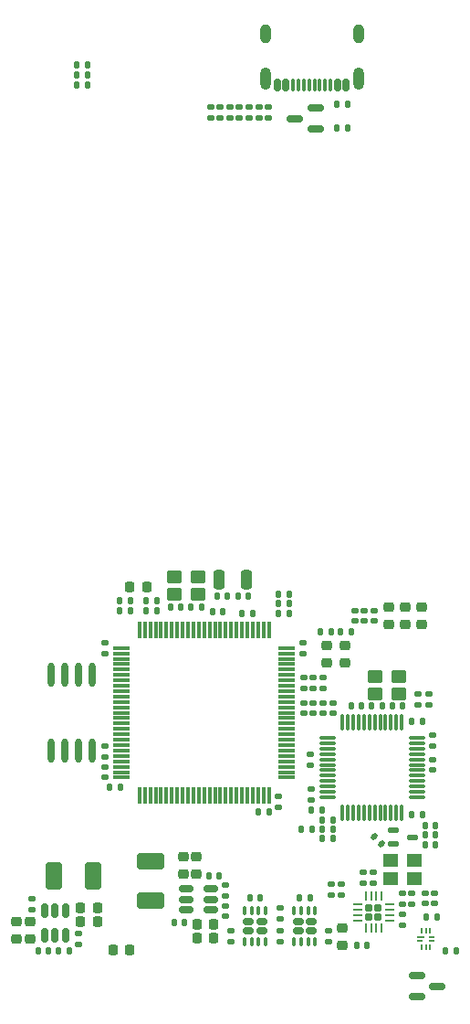
<source format=gbr>
%TF.GenerationSoftware,KiCad,Pcbnew,8.0.9-8.0.9-0~ubuntu24.04.1*%
%TF.CreationDate,2025-02-25T22:58:00+00:00*%
%TF.ProjectId,base-module,62617365-2d6d-46f6-9475-6c652e6b6963,1.0.1*%
%TF.SameCoordinates,Original*%
%TF.FileFunction,Paste,Top*%
%TF.FilePolarity,Positive*%
%FSLAX46Y46*%
G04 Gerber Fmt 4.6, Leading zero omitted, Abs format (unit mm)*
G04 Created by KiCad (PCBNEW 8.0.9-8.0.9-0~ubuntu24.04.1) date 2025-02-25 22:58:00*
%MOMM*%
%LPD*%
G01*
G04 APERTURE LIST*
G04 Aperture macros list*
%AMRoundRect*
0 Rectangle with rounded corners*
0 $1 Rounding radius*
0 $2 $3 $4 $5 $6 $7 $8 $9 X,Y pos of 4 corners*
0 Add a 4 corners polygon primitive as box body*
4,1,4,$2,$3,$4,$5,$6,$7,$8,$9,$2,$3,0*
0 Add four circle primitives for the rounded corners*
1,1,$1+$1,$2,$3*
1,1,$1+$1,$4,$5*
1,1,$1+$1,$6,$7*
1,1,$1+$1,$8,$9*
0 Add four rect primitives between the rounded corners*
20,1,$1+$1,$2,$3,$4,$5,0*
20,1,$1+$1,$4,$5,$6,$7,0*
20,1,$1+$1,$6,$7,$8,$9,0*
20,1,$1+$1,$8,$9,$2,$3,0*%
G04 Aperture macros list end*
%ADD10RoundRect,0.250001X0.999999X-0.499999X0.999999X0.499999X-0.999999X0.499999X-0.999999X-0.499999X0*%
%ADD11RoundRect,0.140000X-0.170000X0.140000X-0.170000X-0.140000X0.170000X-0.140000X0.170000X0.140000X0*%
%ADD12RoundRect,0.140000X0.140000X0.170000X-0.140000X0.170000X-0.140000X-0.170000X0.140000X-0.170000X0*%
%ADD13RoundRect,0.150000X0.587500X0.150000X-0.587500X0.150000X-0.587500X-0.150000X0.587500X-0.150000X0*%
%ADD14RoundRect,0.140000X0.170000X-0.140000X0.170000X0.140000X-0.170000X0.140000X-0.170000X-0.140000X0*%
%ADD15RoundRect,0.140000X-0.140000X-0.170000X0.140000X-0.170000X0.140000X0.170000X-0.140000X0.170000X0*%
%ADD16RoundRect,0.220000X0.255000X-0.220000X0.255000X0.220000X-0.255000X0.220000X-0.255000X-0.220000X0*%
%ADD17RoundRect,0.220000X0.220000X0.255000X-0.220000X0.255000X-0.220000X-0.255000X0.220000X-0.255000X0*%
%ADD18R,0.663000X0.225000*%
%ADD19R,0.563000X0.225000*%
%ADD20R,0.225000X0.563000*%
%ADD21RoundRect,0.225000X-0.250000X0.225000X-0.250000X-0.225000X0.250000X-0.225000X0.250000X0.225000X0*%
%ADD22RoundRect,0.150000X-0.512500X-0.150000X0.512500X-0.150000X0.512500X0.150000X-0.512500X0.150000X0*%
%ADD23RoundRect,0.150000X-0.587500X-0.150000X0.587500X-0.150000X0.587500X0.150000X-0.587500X0.150000X0*%
%ADD24RoundRect,0.220000X-0.255000X0.220000X-0.255000X-0.220000X0.255000X-0.220000X0.255000X0.220000X0*%
%ADD25RoundRect,0.225000X0.225000X0.250000X-0.225000X0.250000X-0.225000X-0.250000X0.225000X-0.250000X0*%
%ADD26RoundRect,0.250000X0.450000X0.350000X-0.450000X0.350000X-0.450000X-0.350000X0.450000X-0.350000X0*%
%ADD27RoundRect,0.075000X-0.075000X0.662500X-0.075000X-0.662500X0.075000X-0.662500X0.075000X0.662500X0*%
%ADD28RoundRect,0.075000X-0.662500X0.075000X-0.662500X-0.075000X0.662500X-0.075000X0.662500X0.075000X0*%
%ADD29RoundRect,0.075000X-0.075000X0.725000X-0.075000X-0.725000X0.075000X-0.725000X0.075000X0.725000X0*%
%ADD30RoundRect,0.075000X-0.725000X0.075000X-0.725000X-0.075000X0.725000X-0.075000X0.725000X0.075000X0*%
%ADD31RoundRect,0.150000X0.150000X0.425000X-0.150000X0.425000X-0.150000X-0.425000X0.150000X-0.425000X0*%
%ADD32RoundRect,0.075000X0.075000X0.500000X-0.075000X0.500000X-0.075000X-0.500000X0.075000X-0.500000X0*%
%ADD33O,1.000000X2.100000*%
%ADD34O,1.000000X1.800000*%
%ADD35RoundRect,0.225000X-0.225000X-0.250000X0.225000X-0.250000X0.225000X0.250000X-0.225000X0.250000X0*%
%ADD36RoundRect,0.220000X-0.220000X-0.255000X0.220000X-0.255000X0.220000X0.255000X-0.220000X0.255000X0*%
%ADD37RoundRect,0.160000X-0.325000X0.160000X-0.325000X-0.160000X0.325000X-0.160000X0.325000X0.160000X0*%
%ADD38RoundRect,0.075000X-0.075000X0.350000X-0.075000X-0.350000X0.075000X-0.350000X0.075000X0.350000X0*%
%ADD39RoundRect,0.250000X0.250000X-0.650000X0.250000X0.650000X-0.250000X0.650000X-0.250000X-0.650000X0*%
%ADD40RoundRect,0.140000X0.219203X0.021213X0.021213X0.219203X-0.219203X-0.021213X-0.021213X-0.219203X0*%
%ADD41R,1.400000X1.200000*%
%ADD42O,0.630000X2.250000*%
%ADD43RoundRect,0.250001X-0.499999X-0.999999X0.499999X-0.999999X0.499999X0.999999X-0.499999X0.999999X0*%
%ADD44RoundRect,0.172500X-0.172500X0.172500X-0.172500X-0.172500X0.172500X-0.172500X0.172500X0.172500X0*%
%ADD45RoundRect,0.062500X-0.062500X0.350000X-0.062500X-0.350000X0.062500X-0.350000X0.062500X0.350000X0*%
%ADD46RoundRect,0.062500X-0.350000X0.062500X-0.350000X-0.062500X0.350000X-0.062500X0.350000X0.062500X0*%
%ADD47RoundRect,0.125000X0.345000X0.125000X-0.345000X0.125000X-0.345000X-0.125000X0.345000X-0.125000X0*%
%ADD48RoundRect,0.150000X-0.150000X0.512500X-0.150000X-0.512500X0.150000X-0.512500X0.150000X0.512500X0*%
G04 APERTURE END LIST*
D10*
%TO.C,L301*%
X107120720Y-134271542D03*
X107120720Y-130571542D03*
%TD*%
D11*
%TO.C,R903*%
X126850000Y-131625000D03*
X126850000Y-132625000D03*
%TD*%
D12*
%TO.C,R308*%
X127200000Y-138375000D03*
X126200000Y-138375000D03*
%TD*%
D13*
%TO.C,U802*%
X122387500Y-62765001D03*
X122387500Y-60865001D03*
X120512500Y-61815001D03*
%TD*%
D14*
%TO.C,C501*%
X119100000Y-138075000D03*
X119100000Y-137075000D03*
%TD*%
D15*
%TO.C,R716*%
X123000000Y-128525000D03*
X124000000Y-128525000D03*
%TD*%
D11*
%TO.C,R306*%
X114070720Y-132821542D03*
X114070720Y-133821542D03*
%TD*%
D16*
%TO.C,D301*%
X124850000Y-138365000D03*
X124850000Y-136785000D03*
%TD*%
D17*
%TO.C,FB400*%
X106740000Y-105225000D03*
X105160000Y-105225000D03*
%TD*%
D14*
%TO.C,C601*%
X114550000Y-138075000D03*
X114550000Y-137075000D03*
%TD*%
D12*
%TO.C,R301*%
X97650000Y-138871508D03*
X96650000Y-138871508D03*
%TD*%
%TO.C,C408*%
X105200000Y-106475000D03*
X104200000Y-106475000D03*
%TD*%
D14*
%TO.C,R600*%
X119100000Y-135925000D03*
X119100000Y-134925000D03*
%TD*%
D15*
%TO.C,C400*%
X115575000Y-107650000D03*
X116575000Y-107650000D03*
%TD*%
D12*
%TO.C,C313*%
X114250000Y-106025000D03*
X113250000Y-106025000D03*
%TD*%
D15*
%TO.C,R801*%
X124350000Y-62675000D03*
X125350000Y-62675000D03*
%TD*%
D12*
%TO.C,C600*%
X117300000Y-134025000D03*
X116300000Y-134025000D03*
%TD*%
%TO.C,C407*%
X107675000Y-107375000D03*
X106675000Y-107375000D03*
%TD*%
D15*
%TO.C,C314*%
X115200000Y-106025000D03*
X116200000Y-106025000D03*
%TD*%
D18*
%TO.C,U801*%
X132131500Y-137600000D03*
D19*
X132081500Y-138000000D03*
D20*
X132250000Y-138568500D03*
X132650000Y-138568500D03*
X133050000Y-138568500D03*
D19*
X133218500Y-138000000D03*
X133218500Y-137600000D03*
D20*
X133050000Y-137031500D03*
X132650000Y-137031500D03*
X132250000Y-137031500D03*
%TD*%
D21*
%TO.C,C304*%
X94646542Y-136211059D03*
X94646542Y-137771059D03*
%TD*%
D11*
%TO.C,C305*%
X96090000Y-134071508D03*
X96090000Y-135071508D03*
%TD*%
D12*
%TO.C,R404*%
X119950000Y-107645000D03*
X118950000Y-107645000D03*
%TD*%
D22*
%TO.C,U301*%
X110412500Y-133168050D03*
X110412500Y-134118050D03*
X110412500Y-135068050D03*
X112687500Y-135068050D03*
X112687500Y-134118050D03*
X112687500Y-133168050D03*
%TD*%
D12*
%TO.C,C500*%
X121900000Y-134025000D03*
X120900000Y-134025000D03*
%TD*%
D11*
%TO.C,R902*%
X127750000Y-131625000D03*
X127750000Y-132625000D03*
%TD*%
D16*
%TO.C,D400*%
X129240000Y-108665000D03*
X129240000Y-107085000D03*
%TD*%
D23*
%TO.C,U200*%
X131832500Y-141212501D03*
X131832500Y-143112501D03*
X133707500Y-142162501D03*
%TD*%
D11*
%TO.C,R700*%
X121325000Y-115925000D03*
X121325000Y-116925000D03*
%TD*%
D15*
%TO.C,R405*%
X100228400Y-58685001D03*
X101228400Y-58685001D03*
%TD*%
D14*
%TO.C,R409*%
X114450000Y-61725000D03*
X114450000Y-60725000D03*
%TD*%
%TO.C,R400*%
X113550000Y-61725000D03*
X113550000Y-60725000D03*
%TD*%
%TO.C,R411*%
X126950000Y-108375000D03*
X126950000Y-107375000D03*
%TD*%
D11*
%TO.C,C410*%
X123100000Y-113600000D03*
X123100000Y-114600000D03*
%TD*%
D24*
%TO.C,D701*%
X125175000Y-110660000D03*
X125175000Y-112240000D03*
%TD*%
D11*
%TO.C,R701*%
X124000000Y-115925000D03*
X124000000Y-116925000D03*
%TD*%
%TO.C,C405*%
X121275000Y-110350000D03*
X121275000Y-111350000D03*
%TD*%
D25*
%TO.C,C301*%
X102180000Y-136171508D03*
X100620000Y-136171508D03*
%TD*%
D14*
%TO.C,C300*%
X100400000Y-138281508D03*
X100400000Y-137281508D03*
%TD*%
D16*
%TO.C,D402*%
X132240000Y-108665000D03*
X132240000Y-107085000D03*
%TD*%
D26*
%TO.C,Y700*%
X130150000Y-113525000D03*
X127950000Y-113525000D03*
X127950000Y-115125000D03*
X130150000Y-115125000D03*
%TD*%
D27*
%TO.C,U700*%
X130400000Y-117762500D03*
X129900000Y-117762500D03*
X129400000Y-117762500D03*
X128900000Y-117762500D03*
X128400000Y-117762500D03*
X127900000Y-117762500D03*
X127400000Y-117762500D03*
X126900000Y-117762500D03*
X126400000Y-117762500D03*
X125900000Y-117762500D03*
X125400000Y-117762500D03*
X124900000Y-117762500D03*
D28*
X123487500Y-119175000D03*
X123487500Y-119675000D03*
X123487500Y-120175000D03*
X123487500Y-120675000D03*
X123487500Y-121175000D03*
X123487500Y-121675000D03*
X123487500Y-122175000D03*
X123487500Y-122675000D03*
X123487500Y-123175000D03*
X123487500Y-123675000D03*
X123487500Y-124175000D03*
X123487500Y-124675000D03*
D27*
X124900000Y-126087500D03*
X125400000Y-126087500D03*
X125900000Y-126087500D03*
X126400000Y-126087500D03*
X126900000Y-126087500D03*
X127400000Y-126087500D03*
X127900000Y-126087500D03*
X128400000Y-126087500D03*
X128900000Y-126087500D03*
X129400000Y-126087500D03*
X129900000Y-126087500D03*
X130400000Y-126087500D03*
D28*
X131812500Y-124675000D03*
X131812500Y-124175000D03*
X131812500Y-123675000D03*
X131812500Y-123175000D03*
X131812500Y-122675000D03*
X131812500Y-122175000D03*
X131812500Y-121675000D03*
X131812500Y-121175000D03*
X131812500Y-120675000D03*
X131812500Y-120175000D03*
X131812500Y-119675000D03*
X131812500Y-119175000D03*
%TD*%
D15*
%TO.C,R707*%
X122850000Y-109375000D03*
X123850000Y-109375000D03*
%TD*%
D29*
%TO.C,U400*%
X118075000Y-109175000D03*
X117575000Y-109175000D03*
X117075000Y-109175000D03*
X116575000Y-109175000D03*
X116075000Y-109175000D03*
X115575000Y-109175000D03*
X115075000Y-109175000D03*
X114575000Y-109175000D03*
X114075000Y-109175000D03*
X113575000Y-109175000D03*
X113075000Y-109175000D03*
X112575000Y-109175000D03*
X112075000Y-109175000D03*
X111575000Y-109175000D03*
X111075000Y-109175000D03*
X110575000Y-109175000D03*
X110075000Y-109175000D03*
X109575000Y-109175000D03*
X109075000Y-109175000D03*
X108575000Y-109175000D03*
X108075000Y-109175000D03*
X107575000Y-109175000D03*
X107075000Y-109175000D03*
X106575000Y-109175000D03*
X106075000Y-109175000D03*
D30*
X104400000Y-110850000D03*
X104400000Y-111350000D03*
X104400000Y-111850000D03*
X104400000Y-112350000D03*
X104400000Y-112850000D03*
X104400000Y-113350000D03*
X104400000Y-113850000D03*
X104400000Y-114350000D03*
X104400000Y-114850000D03*
X104400000Y-115350000D03*
X104400000Y-115850000D03*
X104400000Y-116350000D03*
X104400000Y-116850000D03*
X104400000Y-117350000D03*
X104400000Y-117850000D03*
X104400000Y-118350000D03*
X104400000Y-118850000D03*
X104400000Y-119350000D03*
X104400000Y-119850000D03*
X104400000Y-120350000D03*
X104400000Y-120850000D03*
X104400000Y-121350000D03*
X104400000Y-121850000D03*
X104400000Y-122350000D03*
X104400000Y-122850000D03*
D29*
X106075000Y-124525000D03*
X106575000Y-124525000D03*
X107075000Y-124525000D03*
X107575000Y-124525000D03*
X108075000Y-124525000D03*
X108575000Y-124525000D03*
X109075000Y-124525000D03*
X109575000Y-124525000D03*
X110075000Y-124525000D03*
X110575000Y-124525000D03*
X111075000Y-124525000D03*
X111575000Y-124525000D03*
X112075000Y-124525000D03*
X112575000Y-124525000D03*
X113075000Y-124525000D03*
X113575000Y-124525000D03*
X114075000Y-124525000D03*
X114575000Y-124525000D03*
X115075000Y-124525000D03*
X115575000Y-124525000D03*
X116075000Y-124525000D03*
X116575000Y-124525000D03*
X117075000Y-124525000D03*
X117575000Y-124525000D03*
X118075000Y-124525000D03*
D30*
X119750000Y-122850000D03*
X119750000Y-122350000D03*
X119750000Y-121850000D03*
X119750000Y-121350000D03*
X119750000Y-120850000D03*
X119750000Y-120350000D03*
X119750000Y-119850000D03*
X119750000Y-119350000D03*
X119750000Y-118850000D03*
X119750000Y-118350000D03*
X119750000Y-117850000D03*
X119750000Y-117350000D03*
X119750000Y-116850000D03*
X119750000Y-116350000D03*
X119750000Y-115850000D03*
X119750000Y-115350000D03*
X119750000Y-114850000D03*
X119750000Y-114350000D03*
X119750000Y-113850000D03*
X119750000Y-113350000D03*
X119750000Y-112850000D03*
X119750000Y-112350000D03*
X119750000Y-111850000D03*
X119750000Y-111350000D03*
X119750000Y-110850000D03*
%TD*%
D12*
%TO.C,C409*%
X105200000Y-107375000D03*
X104200000Y-107375000D03*
%TD*%
%TO.C,C708*%
X128600000Y-116235000D03*
X127600000Y-116235000D03*
%TD*%
D11*
%TO.C,R705*%
X132900000Y-115125000D03*
X132900000Y-116125000D03*
%TD*%
%TO.C,R307*%
X114070720Y-134721542D03*
X114070720Y-135721542D03*
%TD*%
D15*
%TO.C,R711*%
X132550000Y-128175000D03*
X133550000Y-128175000D03*
%TD*%
%TO.C,R710*%
X132550000Y-127275000D03*
X133550000Y-127275000D03*
%TD*%
%TO.C,R715*%
X123000000Y-127650000D03*
X124000000Y-127650000D03*
%TD*%
D11*
%TO.C,C801*%
X116250000Y-60725000D03*
X116250000Y-61725000D03*
%TD*%
D14*
%TO.C,C402*%
X102875000Y-111350000D03*
X102875000Y-110350000D03*
%TD*%
D31*
%TO.C,J800*%
X125250000Y-58715000D03*
X124450000Y-58715000D03*
D32*
X123300000Y-58715000D03*
X122300000Y-58715000D03*
X121800000Y-58715000D03*
X120800000Y-58715000D03*
D31*
X119650000Y-58715000D03*
X118850000Y-58715000D03*
X118850000Y-58715000D03*
X119650000Y-58715000D03*
D32*
X120300000Y-58715000D03*
X121300000Y-58715000D03*
X122800000Y-58715000D03*
X123800000Y-58715000D03*
D31*
X124450000Y-58715000D03*
X125250000Y-58715000D03*
D33*
X126370000Y-58140000D03*
D34*
X126370000Y-53960000D03*
D33*
X117730000Y-58140000D03*
D34*
X117730000Y-53960000D03*
%TD*%
D15*
%TO.C,C311*%
X109270720Y-136281542D03*
X110270720Y-136281542D03*
%TD*%
%TO.C,C707*%
X129500000Y-116225000D03*
X130500000Y-116225000D03*
%TD*%
D11*
%TO.C,R901*%
X123900000Y-132725000D03*
X123900000Y-133725000D03*
%TD*%
D12*
%TO.C,R709*%
X133550000Y-129075000D03*
X132550000Y-129075000D03*
%TD*%
D11*
%TO.C,R805*%
X117150000Y-60725000D03*
X117150000Y-61725000D03*
%TD*%
%TO.C,R800*%
X118050000Y-60725000D03*
X118050000Y-61725000D03*
%TD*%
D35*
%TO.C,C310*%
X111420720Y-136481542D03*
X112980720Y-136481542D03*
%TD*%
D11*
%TO.C,R402*%
X122200000Y-113600000D03*
X122200000Y-114600000D03*
%TD*%
D14*
%TO.C,R702*%
X133300000Y-122175000D03*
X133300000Y-121175000D03*
%TD*%
D35*
%TO.C,C309*%
X111410271Y-137725000D03*
X112970271Y-137725000D03*
%TD*%
D14*
%TO.C,C900*%
X130450000Y-134575000D03*
X130450000Y-133575000D03*
%TD*%
D11*
%TO.C,C404*%
X118975000Y-124600000D03*
X118975000Y-125600000D03*
%TD*%
%TO.C,R802*%
X132550000Y-133525000D03*
X132550000Y-134525000D03*
%TD*%
D15*
%TO.C,C701*%
X131350000Y-117625000D03*
X132350000Y-117625000D03*
%TD*%
D12*
%TO.C,R300*%
X99550000Y-138871508D03*
X98550000Y-138871508D03*
%TD*%
D15*
%TO.C,C700*%
X122000000Y-125875000D03*
X123000000Y-125875000D03*
%TD*%
D14*
%TO.C,R500*%
X123650000Y-138075000D03*
X123650000Y-137075000D03*
%TD*%
D12*
%TO.C,C406*%
X107675000Y-106475000D03*
X106675000Y-106475000D03*
%TD*%
%TO.C,C411*%
X109925000Y-107025000D03*
X108925000Y-107025000D03*
%TD*%
D11*
%TO.C,C704*%
X133290000Y-118922500D03*
X133290000Y-119922500D03*
%TD*%
D14*
%TO.C,C902*%
X131350000Y-134575000D03*
X131350000Y-133575000D03*
%TD*%
D15*
%TO.C,C312*%
X132650000Y-135775000D03*
X133650000Y-135775000D03*
%TD*%
D14*
%TO.C,C702*%
X122010000Y-124927500D03*
X122010000Y-123927500D03*
%TD*%
D11*
%TO.C,R706*%
X131950000Y-115125000D03*
X131950000Y-116125000D03*
%TD*%
D14*
%TO.C,R803*%
X133450000Y-134525000D03*
X133450000Y-133525000D03*
%TD*%
D21*
%TO.C,C307*%
X110108674Y-130191542D03*
X110108674Y-131751542D03*
%TD*%
D12*
%TO.C,C306*%
X113480720Y-131971542D03*
X112480720Y-131971542D03*
%TD*%
D14*
%TO.C,R401*%
X121300000Y-114600000D03*
X121300000Y-113600000D03*
%TD*%
D36*
%TO.C,F300*%
X103610000Y-138775000D03*
X105190000Y-138775000D03*
%TD*%
D15*
%TO.C,R714*%
X123000000Y-126775000D03*
X124000000Y-126775000D03*
%TD*%
D11*
%TO.C,R900*%
X124800000Y-132725000D03*
X124800000Y-133725000D03*
%TD*%
D15*
%TO.C,C414*%
X117075000Y-126050000D03*
X118075000Y-126050000D03*
%TD*%
D37*
%TO.C,U600*%
X117400000Y-136225000D03*
X116200000Y-136225000D03*
X117400000Y-137025000D03*
X116200000Y-137025000D03*
D38*
X117775000Y-135175000D03*
X117125000Y-135175000D03*
X116475000Y-135175000D03*
X115825000Y-135175000D03*
X115825000Y-138075000D03*
X116475000Y-138075000D03*
X117125000Y-138075000D03*
X117775000Y-138075000D03*
%TD*%
D39*
%TO.C,X300*%
X113475000Y-104550000D03*
X115975000Y-104550000D03*
%TD*%
D12*
%TO.C,R406*%
X101228400Y-56885001D03*
X100228400Y-56885001D03*
%TD*%
D14*
%TO.C,R412*%
X126050000Y-108375000D03*
X126050000Y-107375000D03*
%TD*%
%TO.C,C706*%
X122200000Y-116925000D03*
X122200000Y-115925000D03*
%TD*%
D15*
%TO.C,C800*%
X124350000Y-60525000D03*
X125350000Y-60525000D03*
%TD*%
D25*
%TO.C,C302*%
X102180000Y-134909462D03*
X100620000Y-134909462D03*
%TD*%
D15*
%TO.C,C401*%
X112825000Y-107475000D03*
X113825000Y-107475000D03*
%TD*%
%TO.C,C705*%
X125700000Y-116235000D03*
X126700000Y-116235000D03*
%TD*%
D40*
%TO.C,R712*%
X128553553Y-129028553D03*
X127846447Y-128321447D03*
%TD*%
D26*
%TO.C,X400*%
X111475000Y-104250000D03*
X109275000Y-104250000D03*
X109275000Y-105850000D03*
X111475000Y-105850000D03*
%TD*%
D11*
%TO.C,R708*%
X121900000Y-120675000D03*
X121900000Y-121675000D03*
%TD*%
D12*
%TO.C,C403*%
X104325000Y-123750000D03*
X103325000Y-123750000D03*
%TD*%
D14*
%TO.C,R410*%
X127850000Y-108375000D03*
X127850000Y-107375000D03*
%TD*%
D41*
%TO.C,Y900*%
X131600000Y-130475000D03*
X129400000Y-130475000D03*
X129400000Y-132175000D03*
X131600000Y-132175000D03*
%TD*%
D37*
%TO.C,U500*%
X122000000Y-136225000D03*
X120800000Y-136225000D03*
X122000000Y-137025000D03*
X120800000Y-137025000D03*
D38*
X122375000Y-135175000D03*
X121725000Y-135175000D03*
X121075000Y-135175000D03*
X120425000Y-135175000D03*
X120425000Y-138075000D03*
X121075000Y-138075000D03*
X121725000Y-138075000D03*
X122375000Y-138075000D03*
%TD*%
D15*
%TO.C,R713*%
X124750000Y-109375000D03*
X125750000Y-109375000D03*
%TD*%
%TO.C,C412*%
X110825000Y-107025000D03*
X111825000Y-107025000D03*
%TD*%
%TO.C,C415*%
X118960000Y-105865000D03*
X119960000Y-105865000D03*
%TD*%
D42*
%TO.C,U100*%
X101705000Y-113320000D03*
X100435000Y-113320000D03*
X99155000Y-113320000D03*
X97885000Y-113320000D03*
X97885000Y-120380000D03*
X99155000Y-120380000D03*
X100435000Y-120380000D03*
X101705000Y-120380000D03*
%TD*%
D16*
%TO.C,D700*%
X123425000Y-112240000D03*
X123425000Y-110660000D03*
%TD*%
D11*
%TO.C,C413*%
X102875000Y-121850000D03*
X102875000Y-122850000D03*
%TD*%
D43*
%TO.C,L300*%
X98100000Y-131921508D03*
X101800000Y-131921508D03*
%TD*%
D14*
%TO.C,C100*%
X102850000Y-120925000D03*
X102850000Y-119925000D03*
%TD*%
D44*
%TO.C,U302*%
X128225000Y-134887500D03*
X127375000Y-134887500D03*
X128225000Y-135737500D03*
X127375000Y-135737500D03*
D45*
X128550000Y-133850000D03*
X128050000Y-133850000D03*
X127550000Y-133850000D03*
X127050000Y-133850000D03*
D46*
X126337500Y-134562500D03*
X126337500Y-135062500D03*
X126337500Y-135562500D03*
X126337500Y-136062500D03*
D45*
X127050000Y-136775000D03*
X127550000Y-136775000D03*
X128050000Y-136775000D03*
X128550000Y-136775000D03*
D46*
X129262500Y-136062500D03*
X129262500Y-135562500D03*
X129262500Y-135062500D03*
X129262500Y-134562500D03*
%TD*%
D15*
%TO.C,C703*%
X131350000Y-126275000D03*
X132350000Y-126275000D03*
%TD*%
D16*
%TO.C,D401*%
X130750000Y-108665000D03*
X130750000Y-107085000D03*
%TD*%
D14*
%TO.C,R408*%
X115350000Y-61725000D03*
X115350000Y-60725000D03*
%TD*%
D12*
%TO.C,R403*%
X119960000Y-106765000D03*
X118960000Y-106765000D03*
%TD*%
D14*
%TO.C,R703*%
X123100000Y-116925000D03*
X123100000Y-115925000D03*
%TD*%
D21*
%TO.C,C308*%
X111370720Y-130191542D03*
X111370720Y-131751542D03*
%TD*%
D14*
%TO.C,R407*%
X112650000Y-61725000D03*
X112650000Y-60725000D03*
%TD*%
D47*
%TO.C,Q700*%
X129600000Y-127725000D03*
X129600000Y-129025000D03*
X131400000Y-128375000D03*
%TD*%
D11*
%TO.C,C904*%
X130450000Y-135525000D03*
X130450000Y-136525000D03*
%TD*%
D12*
%TO.C,C416*%
X101228400Y-57785001D03*
X100228400Y-57785001D03*
%TD*%
D15*
%TO.C,R804*%
X134450000Y-138925000D03*
X135450000Y-138925000D03*
%TD*%
D48*
%TO.C,U300*%
X99203492Y-135213288D03*
X98253492Y-135213288D03*
X97303492Y-135213288D03*
X97303492Y-137488288D03*
X98253492Y-137488288D03*
X99203492Y-137488288D03*
%TD*%
D21*
%TO.C,C303*%
X95890000Y-136221508D03*
X95890000Y-137781508D03*
%TD*%
D15*
%TO.C,R704*%
X121050000Y-127650000D03*
X122050000Y-127650000D03*
%TD*%
M02*

</source>
